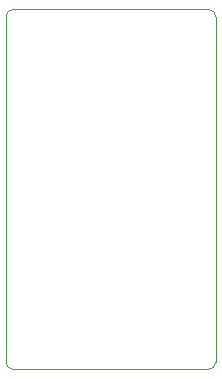
<source format=gbr>
%TF.GenerationSoftware,KiCad,Pcbnew,5.1.6+dfsg1-1~bpo10+1*%
%TF.CreationDate,Date%
%TF.ProjectId,ProMicro_LOG,50726f4d-6963-4726-9f5f-4c4f472e6b69,v1.2*%
%TF.SameCoordinates,Original*%
%TF.FileFunction,Glue,Top*%
%TF.FilePolarity,Positive*%
%FSLAX45Y45*%
G04 Gerber Fmt 4.5, Leading zero omitted, Abs format (unit mm)*
G04 Created by KiCad*
%MOMM*%
%LPD*%
G01*
G04 APERTURE LIST*
%TA.AperFunction,Profile*%
%ADD10C,0.100000*%
%TD*%
G04 APERTURE END LIST*
D10*
X-63500Y127000D02*
G75*
G03*
X-127000Y63500I0J-63500D01*
G01*
X1651000Y63500D02*
G75*
G03*
X1587500Y127000I-63500J0D01*
G01*
X1587500Y-2921000D02*
G75*
G03*
X1651000Y-2857500I0J63500D01*
G01*
X-127000Y-2857500D02*
G75*
G03*
X-63500Y-2921000I63500J0D01*
G01*
X-127000Y63500D02*
X-127000Y-2857500D01*
X1587500Y127000D02*
X-63500Y127000D01*
X1651000Y-2857500D02*
X1651000Y63500D01*
X-63500Y-2921000D02*
X1587500Y-2921000D01*
M02*

</source>
